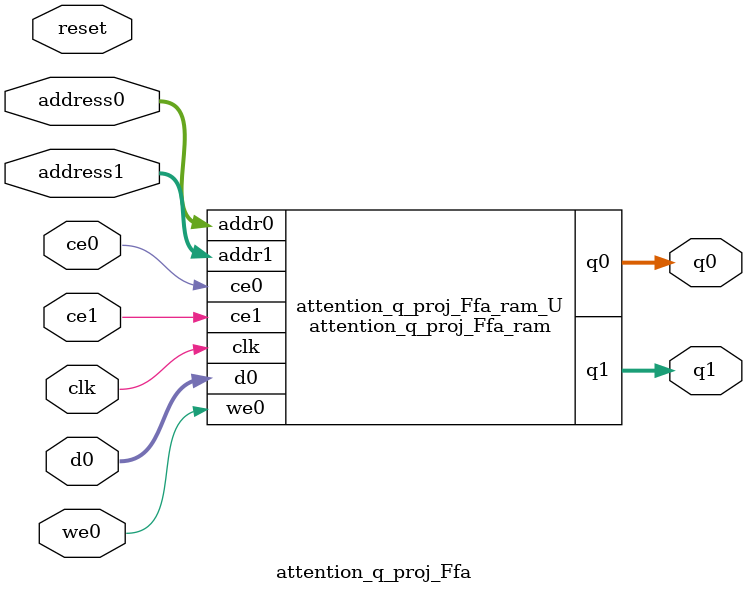
<source format=v>
`timescale 1 ns / 1 ps
module attention_q_proj_Ffa_ram (addr0, ce0, d0, we0, q0, addr1, ce1, q1,  clk);

parameter DWIDTH = 38;
parameter AWIDTH = 5;
parameter MEM_SIZE = 24;

input[AWIDTH-1:0] addr0;
input ce0;
input[DWIDTH-1:0] d0;
input we0;
output reg[DWIDTH-1:0] q0;
input[AWIDTH-1:0] addr1;
input ce1;
output reg[DWIDTH-1:0] q1;
input clk;

(* ram_style = "distributed" *)reg [DWIDTH-1:0] ram[0:MEM_SIZE-1];




always @(posedge clk)  
begin 
    if (ce0) begin
        if (we0) 
            ram[addr0] <= d0; 
        q0 <= ram[addr0];
    end
end


always @(posedge clk)  
begin 
    if (ce1) begin
        q1 <= ram[addr1];
    end
end


endmodule

`timescale 1 ns / 1 ps
module attention_q_proj_Ffa(
    reset,
    clk,
    address0,
    ce0,
    we0,
    d0,
    q0,
    address1,
    ce1,
    q1);

parameter DataWidth = 32'd38;
parameter AddressRange = 32'd24;
parameter AddressWidth = 32'd5;
input reset;
input clk;
input[AddressWidth - 1:0] address0;
input ce0;
input we0;
input[DataWidth - 1:0] d0;
output[DataWidth - 1:0] q0;
input[AddressWidth - 1:0] address1;
input ce1;
output[DataWidth - 1:0] q1;



attention_q_proj_Ffa_ram attention_q_proj_Ffa_ram_U(
    .clk( clk ),
    .addr0( address0 ),
    .ce0( ce0 ),
    .we0( we0 ),
    .d0( d0 ),
    .q0( q0 ),
    .addr1( address1 ),
    .ce1( ce1 ),
    .q1( q1 ));

endmodule


</source>
